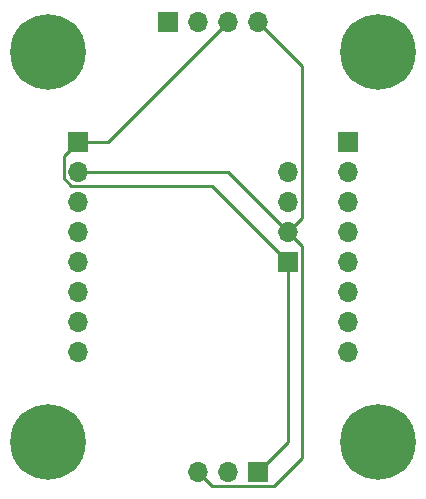
<source format=gbr>
%TF.GenerationSoftware,KiCad,Pcbnew,5.1.10-6.fc33*%
%TF.CreationDate,2021-11-22T15:00:23-05:00*%
%TF.ProjectId,ha_monitor,68615f6d-6f6e-4697-946f-722e6b696361,rev?*%
%TF.SameCoordinates,Original*%
%TF.FileFunction,Copper,L1,Top*%
%TF.FilePolarity,Positive*%
%FSLAX46Y46*%
G04 Gerber Fmt 4.6, Leading zero omitted, Abs format (unit mm)*
G04 Created by KiCad (PCBNEW 5.1.10-6.fc33) date 2021-11-22 15:00:23*
%MOMM*%
%LPD*%
G01*
G04 APERTURE LIST*
%TA.AperFunction,ComponentPad*%
%ADD10O,1.700000X1.700000*%
%TD*%
%TA.AperFunction,ComponentPad*%
%ADD11R,1.700000X1.700000*%
%TD*%
%TA.AperFunction,ComponentPad*%
%ADD12C,6.400000*%
%TD*%
%TA.AperFunction,Conductor*%
%ADD13C,0.250000*%
%TD*%
G04 APERTURE END LIST*
D10*
%TO.P,J4,4*%
%TO.N,D1*%
X68580000Y-53340000D03*
%TO.P,J4,3*%
%TO.N,D2*%
X68580000Y-55880000D03*
%TO.P,J4,2*%
%TO.N,GND*%
X68580000Y-58420000D03*
D11*
%TO.P,J4,1*%
%TO.N,5V*%
X68580000Y-60960000D03*
%TD*%
%TO.P,J1,1*%
%TO.N,D1*%
X58420000Y-40640000D03*
D10*
%TO.P,J1,2*%
%TO.N,D2*%
X60960000Y-40640000D03*
%TO.P,J1,3*%
%TO.N,5V*%
X63500000Y-40640000D03*
%TO.P,J1,4*%
%TO.N,GND*%
X66040000Y-40640000D03*
%TD*%
D11*
%TO.P,J2,1*%
%TO.N,5V*%
X50800000Y-50800000D03*
D10*
%TO.P,J2,2*%
%TO.N,GND*%
X50800000Y-53340000D03*
%TO.P,J2,3*%
%TO.N,Net-(J2-Pad3)*%
X50800000Y-55880000D03*
%TO.P,J2,4*%
%TO.N,D3*%
X50800000Y-58420000D03*
%TO.P,J2,5*%
%TO.N,D2*%
X50800000Y-60960000D03*
%TO.P,J2,6*%
%TO.N,D1*%
X50800000Y-63500000D03*
%TO.P,J2,7*%
%TO.N,Net-(J2-Pad7)*%
X50800000Y-66040000D03*
%TO.P,J2,8*%
%TO.N,Net-(J2-Pad8)*%
X50800000Y-68580000D03*
%TD*%
%TO.P,J3,8*%
%TO.N,Net-(J3-Pad8)*%
X73660000Y-68580000D03*
%TO.P,J3,7*%
%TO.N,Net-(J3-Pad7)*%
X73660000Y-66040000D03*
%TO.P,J3,6*%
%TO.N,Net-(J3-Pad6)*%
X73660000Y-63500000D03*
%TO.P,J3,5*%
%TO.N,Net-(J3-Pad5)*%
X73660000Y-60960000D03*
%TO.P,J3,4*%
%TO.N,Net-(J3-Pad4)*%
X73660000Y-58420000D03*
%TO.P,J3,3*%
%TO.N,Net-(J3-Pad3)*%
X73660000Y-55880000D03*
%TO.P,J3,2*%
%TO.N,Net-(J3-Pad2)*%
X73660000Y-53340000D03*
D11*
%TO.P,J3,1*%
%TO.N,Net-(J3-Pad1)*%
X73660000Y-50800000D03*
%TD*%
D12*
%TO.P,H1,1*%
%TO.N,Net-(H1-Pad1)*%
X48260000Y-76200000D03*
%TD*%
%TO.P,H2,1*%
%TO.N,Net-(H2-Pad1)*%
X48260000Y-43180000D03*
%TD*%
%TO.P,H3,1*%
%TO.N,Net-(H3-Pad1)*%
X76200000Y-43180000D03*
%TD*%
%TO.P,H4,1*%
%TO.N,Net-(H4-Pad1)*%
X76200000Y-76200000D03*
%TD*%
D11*
%TO.P,J5,1*%
%TO.N,5V*%
X66040000Y-78740000D03*
D10*
%TO.P,J5,2*%
%TO.N,D3*%
X63500000Y-78740000D03*
%TO.P,J5,3*%
%TO.N,GND*%
X60960000Y-78740000D03*
%TD*%
D13*
%TO.N,GND*%
X63500000Y-53340000D02*
X68580000Y-58420000D01*
X50800000Y-53340000D02*
X63500000Y-53340000D01*
X69755001Y-44355001D02*
X66040000Y-40640000D01*
X69755001Y-57244999D02*
X69755001Y-44355001D01*
X68580000Y-58420000D02*
X69755001Y-57244999D01*
X62135001Y-79915001D02*
X60960000Y-78740000D01*
X69755001Y-59595001D02*
X69755001Y-77564999D01*
X67404999Y-79915001D02*
X62135001Y-79915001D01*
X69755001Y-77564999D02*
X67404999Y-79915001D01*
X68580000Y-58420000D02*
X69755001Y-59595001D01*
%TO.N,5V*%
X53340000Y-50800000D02*
X63500000Y-40640000D01*
X50800000Y-50800000D02*
X53340000Y-50800000D01*
X50235999Y-54515001D02*
X62135001Y-54515001D01*
X49624999Y-53904001D02*
X50235999Y-54515001D01*
X49624999Y-51975001D02*
X49624999Y-53904001D01*
X62135001Y-54515001D02*
X68580000Y-60960000D01*
X50800000Y-50800000D02*
X49624999Y-51975001D01*
X68580000Y-76200000D02*
X66040000Y-78740000D01*
X68580000Y-60960000D02*
X68580000Y-76200000D01*
%TD*%
M02*

</source>
